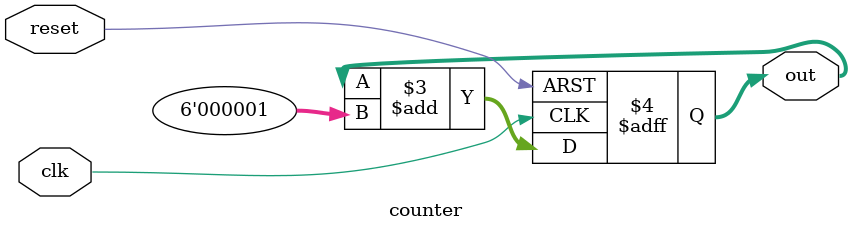
<source format=v>
module counter (clk,reset,out);
input clk,reset;
output reg [5:0] out;

always @ (posedge clk or posedge reset)
	if(reset == 1'b1)                    //當reset=0時，計數器輸出值歸零
		out <= 6'b0;
	else 
		out <= out + 6'd1;                //正常運作時，每逢clk正緣，計數值加一
		
endmodule
</source>
